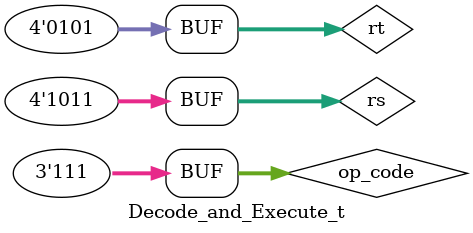
<source format=v>
`timescale 1ns / 1ps
module Decode_and_Execute_t();
reg [3-1:0] op_code;
reg [4-1:0] rs, rt;
wire [4-1:0] rd;
Decode_and_Execute fun1(op_code, rs, rt, rd);
    initial begin
        op_code = 3'b111;
        repeat (2 ** 3) begin
            op_code = op_code + 3'b1;
            rs = 4'b1000;rt = 4'b0001;#5;
        end
        
        op_code = 3'b111;
        repeat (2 ** 3) begin
            op_code = op_code + 3'b1;
            rs = 4'b1111;rt = 4'b1100;#5;
        end
        
        op_code = 3'b111;
        repeat (2 ** 3) begin
            op_code = op_code + 3'b1;
            rs = 4'b1011;rt = 4'b0101;#5;
        end
    end
endmodule

</source>
